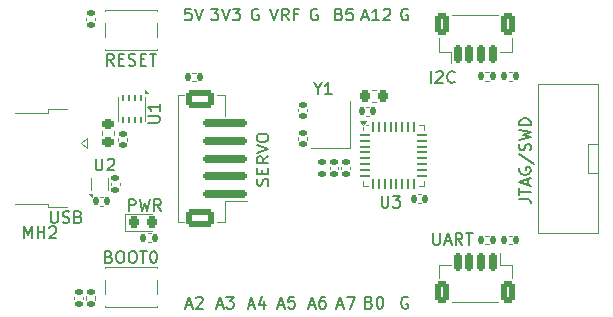
<source format=gbr>
%TF.GenerationSoftware,KiCad,Pcbnew,8.0.7*%
%TF.CreationDate,2025-01-26T16:55:51-08:00*%
%TF.ProjectId,servo-dev-board,73657276-6f2d-4646-9576-2d626f617264,rev?*%
%TF.SameCoordinates,Original*%
%TF.FileFunction,Legend,Top*%
%TF.FilePolarity,Positive*%
%FSLAX46Y46*%
G04 Gerber Fmt 4.6, Leading zero omitted, Abs format (unit mm)*
G04 Created by KiCad (PCBNEW 8.0.7) date 2025-01-26 16:55:51*
%MOMM*%
%LPD*%
G01*
G04 APERTURE LIST*
G04 Aperture macros list*
%AMRoundRect*
0 Rectangle with rounded corners*
0 $1 Rounding radius*
0 $2 $3 $4 $5 $6 $7 $8 $9 X,Y pos of 4 corners*
0 Add a 4 corners polygon primitive as box body*
4,1,4,$2,$3,$4,$5,$6,$7,$8,$9,$2,$3,0*
0 Add four circle primitives for the rounded corners*
1,1,$1+$1,$2,$3*
1,1,$1+$1,$4,$5*
1,1,$1+$1,$6,$7*
1,1,$1+$1,$8,$9*
0 Add four rect primitives between the rounded corners*
20,1,$1+$1,$2,$3,$4,$5,0*
20,1,$1+$1,$4,$5,$6,$7,0*
20,1,$1+$1,$6,$7,$8,$9,0*
20,1,$1+$1,$8,$9,$2,$3,0*%
%AMRotRect*
0 Rectangle, with rotation*
0 The origin of the aperture is its center*
0 $1 length*
0 $2 width*
0 $3 Rotation angle, in degrees counterclockwise*
0 Add horizontal line*
21,1,$1,$2,0,0,$3*%
%AMFreePoly0*
4,1,5,0.110000,-0.125000,-0.110000,-0.125000,-0.110000,0.125000,0.360000,0.125000,0.110000,-0.125000,0.110000,-0.125000,$1*%
%AMFreePoly1*
4,1,6,0.290000,-0.055000,0.290000,-0.125000,-0.110000,-0.125000,-0.110000,0.125000,0.110000,0.125000,0.290000,-0.055000,0.290000,-0.055000,$1*%
%AMFreePoly2*
4,1,7,0.110000,-0.125000,-0.110000,-0.125000,-0.290000,-0.125000,-0.290000,-0.055000,-0.110000,0.125000,0.110000,0.125000,0.110000,-0.125000,0.110000,-0.125000,$1*%
%AMFreePoly3*
4,1,6,0.110000,-0.125000,-0.110000,-0.125000,-0.290000,0.055000,-0.290000,0.125000,0.110000,0.125000,0.110000,-0.125000,0.110000,-0.125000,$1*%
G04 Aperture macros list end*
%ADD10C,0.150000*%
%ADD11C,0.120000*%
%ADD12C,0.100000*%
%ADD13RoundRect,0.225000X0.225000X0.250000X-0.225000X0.250000X-0.225000X-0.250000X0.225000X-0.250000X0*%
%ADD14RoundRect,0.062500X-0.375000X-0.062500X0.375000X-0.062500X0.375000X0.062500X-0.375000X0.062500X0*%
%ADD15RoundRect,0.062500X-0.062500X-0.375000X0.062500X-0.375000X0.062500X0.375000X-0.062500X0.375000X0*%
%ADD16R,3.450000X3.450000*%
%ADD17RoundRect,0.140000X0.170000X-0.140000X0.170000X0.140000X-0.170000X0.140000X-0.170000X-0.140000X0*%
%ADD18RoundRect,0.135000X-0.135000X-0.185000X0.135000X-0.185000X0.135000X0.185000X-0.135000X0.185000X0*%
%ADD19R,1.050000X0.650000*%
%ADD20RoundRect,0.140000X0.140000X0.170000X-0.140000X0.170000X-0.140000X-0.170000X0.140000X-0.170000X0*%
%ADD21C,0.700000*%
%ADD22C,4.400000*%
%ADD23R,1.200000X1.400000*%
%ADD24RoundRect,0.175000X1.675000X-0.175000X1.675000X0.175000X-1.675000X0.175000X-1.675000X-0.175000X0*%
%ADD25RoundRect,0.250001X0.899999X-0.499999X0.899999X0.499999X-0.899999X0.499999X-0.899999X-0.499999X0*%
%ADD26R,1.650000X0.400000*%
%ADD27R,0.700000X1.825000*%
%ADD28R,1.500000X2.000000*%
%ADD29R,2.000000X1.350000*%
%ADD30O,1.700000X1.350000*%
%ADD31O,1.500000X1.100000*%
%ADD32R,2.500000X1.430000*%
%ADD33RoundRect,0.225000X0.250000X-0.225000X0.250000X0.225000X-0.250000X0.225000X-0.250000X-0.225000X0*%
%ADD34RoundRect,0.135000X0.135000X0.185000X-0.135000X0.185000X-0.135000X-0.185000X0.135000X-0.185000X0*%
%ADD35RoundRect,0.135000X0.185000X-0.135000X0.185000X0.135000X-0.185000X0.135000X-0.185000X-0.135000X0*%
%ADD36RoundRect,0.218750X-0.218750X-0.256250X0.218750X-0.256250X0.218750X0.256250X-0.218750X0.256250X0*%
%ADD37FreePoly0,90.000000*%
%ADD38FreePoly1,90.000000*%
%ADD39FreePoly2,90.000000*%
%ADD40FreePoly3,90.000000*%
%ADD41RotRect,0.480000X0.480000X135.000000*%
%ADD42R,1.000000X1.000000*%
%ADD43C,1.000000*%
%ADD44RoundRect,0.147500X-0.172500X0.147500X-0.172500X-0.147500X0.172500X-0.147500X0.172500X0.147500X0*%
%ADD45RoundRect,0.062500X-0.062500X0.187500X-0.062500X-0.187500X0.062500X-0.187500X0.062500X0.187500X0*%
%ADD46R,1.600000X0.900000*%
%ADD47RoundRect,0.150000X0.150000X0.625000X-0.150000X0.625000X-0.150000X-0.625000X0.150000X-0.625000X0*%
%ADD48RoundRect,0.250000X0.350000X0.650000X-0.350000X0.650000X-0.350000X-0.650000X0.350000X-0.650000X0*%
%ADD49RoundRect,0.150000X-0.150000X-0.625000X0.150000X-0.625000X0.150000X0.625000X-0.150000X0.625000X0*%
%ADD50RoundRect,0.250000X-0.350000X-0.650000X0.350000X-0.650000X0.350000X0.650000X-0.350000X0.650000X0*%
%ADD51RoundRect,0.140000X-0.140000X-0.170000X0.140000X-0.170000X0.140000X0.170000X-0.140000X0.170000X0*%
%ADD52R,1.700000X1.700000*%
%ADD53O,1.700000X1.700000*%
G04 APERTURE END LIST*
D10*
X135685714Y-113419104D02*
X136161904Y-113419104D01*
X135590476Y-113704819D02*
X135923809Y-112704819D01*
X135923809Y-112704819D02*
X136257142Y-113704819D01*
X137019047Y-113038152D02*
X137019047Y-113704819D01*
X136780952Y-112657200D02*
X136542857Y-113371485D01*
X136542857Y-113371485D02*
X137161904Y-113371485D01*
X130809523Y-88304819D02*
X130333333Y-88304819D01*
X130333333Y-88304819D02*
X130285714Y-88781009D01*
X130285714Y-88781009D02*
X130333333Y-88733390D01*
X130333333Y-88733390D02*
X130428571Y-88685771D01*
X130428571Y-88685771D02*
X130666666Y-88685771D01*
X130666666Y-88685771D02*
X130761904Y-88733390D01*
X130761904Y-88733390D02*
X130809523Y-88781009D01*
X130809523Y-88781009D02*
X130857142Y-88876247D01*
X130857142Y-88876247D02*
X130857142Y-89114342D01*
X130857142Y-89114342D02*
X130809523Y-89209580D01*
X130809523Y-89209580D02*
X130761904Y-89257200D01*
X130761904Y-89257200D02*
X130666666Y-89304819D01*
X130666666Y-89304819D02*
X130428571Y-89304819D01*
X130428571Y-89304819D02*
X130333333Y-89257200D01*
X130333333Y-89257200D02*
X130285714Y-89209580D01*
X131142857Y-88304819D02*
X131476190Y-89304819D01*
X131476190Y-89304819D02*
X131809523Y-88304819D01*
X143185714Y-113419104D02*
X143661904Y-113419104D01*
X143090476Y-113704819D02*
X143423809Y-112704819D01*
X143423809Y-112704819D02*
X143757142Y-113704819D01*
X143995238Y-112704819D02*
X144661904Y-112704819D01*
X144661904Y-112704819D02*
X144233333Y-113704819D01*
X149161904Y-88352438D02*
X149066666Y-88304819D01*
X149066666Y-88304819D02*
X148923809Y-88304819D01*
X148923809Y-88304819D02*
X148780952Y-88352438D01*
X148780952Y-88352438D02*
X148685714Y-88447676D01*
X148685714Y-88447676D02*
X148638095Y-88542914D01*
X148638095Y-88542914D02*
X148590476Y-88733390D01*
X148590476Y-88733390D02*
X148590476Y-88876247D01*
X148590476Y-88876247D02*
X148638095Y-89066723D01*
X148638095Y-89066723D02*
X148685714Y-89161961D01*
X148685714Y-89161961D02*
X148780952Y-89257200D01*
X148780952Y-89257200D02*
X148923809Y-89304819D01*
X148923809Y-89304819D02*
X149019047Y-89304819D01*
X149019047Y-89304819D02*
X149161904Y-89257200D01*
X149161904Y-89257200D02*
X149209523Y-89209580D01*
X149209523Y-89209580D02*
X149209523Y-88876247D01*
X149209523Y-88876247D02*
X149019047Y-88876247D01*
X151123810Y-94604819D02*
X151123810Y-93604819D01*
X151552381Y-93700057D02*
X151600000Y-93652438D01*
X151600000Y-93652438D02*
X151695238Y-93604819D01*
X151695238Y-93604819D02*
X151933333Y-93604819D01*
X151933333Y-93604819D02*
X152028571Y-93652438D01*
X152028571Y-93652438D02*
X152076190Y-93700057D01*
X152076190Y-93700057D02*
X152123809Y-93795295D01*
X152123809Y-93795295D02*
X152123809Y-93890533D01*
X152123809Y-93890533D02*
X152076190Y-94033390D01*
X152076190Y-94033390D02*
X151504762Y-94604819D01*
X151504762Y-94604819D02*
X152123809Y-94604819D01*
X153123809Y-94509580D02*
X153076190Y-94557200D01*
X153076190Y-94557200D02*
X152933333Y-94604819D01*
X152933333Y-94604819D02*
X152838095Y-94604819D01*
X152838095Y-94604819D02*
X152695238Y-94557200D01*
X152695238Y-94557200D02*
X152600000Y-94461961D01*
X152600000Y-94461961D02*
X152552381Y-94366723D01*
X152552381Y-94366723D02*
X152504762Y-94176247D01*
X152504762Y-94176247D02*
X152504762Y-94033390D01*
X152504762Y-94033390D02*
X152552381Y-93842914D01*
X152552381Y-93842914D02*
X152600000Y-93747676D01*
X152600000Y-93747676D02*
X152695238Y-93652438D01*
X152695238Y-93652438D02*
X152838095Y-93604819D01*
X152838095Y-93604819D02*
X152933333Y-93604819D01*
X152933333Y-93604819D02*
X153076190Y-93652438D01*
X153076190Y-93652438D02*
X153123809Y-93700057D01*
X132511905Y-88304819D02*
X133130952Y-88304819D01*
X133130952Y-88304819D02*
X132797619Y-88685771D01*
X132797619Y-88685771D02*
X132940476Y-88685771D01*
X132940476Y-88685771D02*
X133035714Y-88733390D01*
X133035714Y-88733390D02*
X133083333Y-88781009D01*
X133083333Y-88781009D02*
X133130952Y-88876247D01*
X133130952Y-88876247D02*
X133130952Y-89114342D01*
X133130952Y-89114342D02*
X133083333Y-89209580D01*
X133083333Y-89209580D02*
X133035714Y-89257200D01*
X133035714Y-89257200D02*
X132940476Y-89304819D01*
X132940476Y-89304819D02*
X132654762Y-89304819D01*
X132654762Y-89304819D02*
X132559524Y-89257200D01*
X132559524Y-89257200D02*
X132511905Y-89209580D01*
X133416667Y-88304819D02*
X133750000Y-89304819D01*
X133750000Y-89304819D02*
X134083333Y-88304819D01*
X134321429Y-88304819D02*
X134940476Y-88304819D01*
X134940476Y-88304819D02*
X134607143Y-88685771D01*
X134607143Y-88685771D02*
X134750000Y-88685771D01*
X134750000Y-88685771D02*
X134845238Y-88733390D01*
X134845238Y-88733390D02*
X134892857Y-88781009D01*
X134892857Y-88781009D02*
X134940476Y-88876247D01*
X134940476Y-88876247D02*
X134940476Y-89114342D01*
X134940476Y-89114342D02*
X134892857Y-89209580D01*
X134892857Y-89209580D02*
X134845238Y-89257200D01*
X134845238Y-89257200D02*
X134750000Y-89304819D01*
X134750000Y-89304819D02*
X134464286Y-89304819D01*
X134464286Y-89304819D02*
X134369048Y-89257200D01*
X134369048Y-89257200D02*
X134321429Y-89209580D01*
X141511904Y-88352438D02*
X141416666Y-88304819D01*
X141416666Y-88304819D02*
X141273809Y-88304819D01*
X141273809Y-88304819D02*
X141130952Y-88352438D01*
X141130952Y-88352438D02*
X141035714Y-88447676D01*
X141035714Y-88447676D02*
X140988095Y-88542914D01*
X140988095Y-88542914D02*
X140940476Y-88733390D01*
X140940476Y-88733390D02*
X140940476Y-88876247D01*
X140940476Y-88876247D02*
X140988095Y-89066723D01*
X140988095Y-89066723D02*
X141035714Y-89161961D01*
X141035714Y-89161961D02*
X141130952Y-89257200D01*
X141130952Y-89257200D02*
X141273809Y-89304819D01*
X141273809Y-89304819D02*
X141369047Y-89304819D01*
X141369047Y-89304819D02*
X141511904Y-89257200D01*
X141511904Y-89257200D02*
X141559523Y-89209580D01*
X141559523Y-89209580D02*
X141559523Y-88876247D01*
X141559523Y-88876247D02*
X141369047Y-88876247D01*
X138185714Y-113419104D02*
X138661904Y-113419104D01*
X138090476Y-113704819D02*
X138423809Y-112704819D01*
X138423809Y-112704819D02*
X138757142Y-113704819D01*
X139566666Y-112704819D02*
X139090476Y-112704819D01*
X139090476Y-112704819D02*
X139042857Y-113181009D01*
X139042857Y-113181009D02*
X139090476Y-113133390D01*
X139090476Y-113133390D02*
X139185714Y-113085771D01*
X139185714Y-113085771D02*
X139423809Y-113085771D01*
X139423809Y-113085771D02*
X139519047Y-113133390D01*
X139519047Y-113133390D02*
X139566666Y-113181009D01*
X139566666Y-113181009D02*
X139614285Y-113276247D01*
X139614285Y-113276247D02*
X139614285Y-113514342D01*
X139614285Y-113514342D02*
X139566666Y-113609580D01*
X139566666Y-113609580D02*
X139519047Y-113657200D01*
X139519047Y-113657200D02*
X139423809Y-113704819D01*
X139423809Y-113704819D02*
X139185714Y-113704819D01*
X139185714Y-113704819D02*
X139090476Y-113657200D01*
X139090476Y-113657200D02*
X139042857Y-113609580D01*
X137307200Y-103290475D02*
X137354819Y-103147618D01*
X137354819Y-103147618D02*
X137354819Y-102909523D01*
X137354819Y-102909523D02*
X137307200Y-102814285D01*
X137307200Y-102814285D02*
X137259580Y-102766666D01*
X137259580Y-102766666D02*
X137164342Y-102719047D01*
X137164342Y-102719047D02*
X137069104Y-102719047D01*
X137069104Y-102719047D02*
X136973866Y-102766666D01*
X136973866Y-102766666D02*
X136926247Y-102814285D01*
X136926247Y-102814285D02*
X136878628Y-102909523D01*
X136878628Y-102909523D02*
X136831009Y-103099999D01*
X136831009Y-103099999D02*
X136783390Y-103195237D01*
X136783390Y-103195237D02*
X136735771Y-103242856D01*
X136735771Y-103242856D02*
X136640533Y-103290475D01*
X136640533Y-103290475D02*
X136545295Y-103290475D01*
X136545295Y-103290475D02*
X136450057Y-103242856D01*
X136450057Y-103242856D02*
X136402438Y-103195237D01*
X136402438Y-103195237D02*
X136354819Y-103099999D01*
X136354819Y-103099999D02*
X136354819Y-102861904D01*
X136354819Y-102861904D02*
X136402438Y-102719047D01*
X136831009Y-102290475D02*
X136831009Y-101957142D01*
X137354819Y-101814285D02*
X137354819Y-102290475D01*
X137354819Y-102290475D02*
X136354819Y-102290475D01*
X136354819Y-102290475D02*
X136354819Y-101814285D01*
X137354819Y-100814285D02*
X136878628Y-101147618D01*
X137354819Y-101385713D02*
X136354819Y-101385713D01*
X136354819Y-101385713D02*
X136354819Y-101004761D01*
X136354819Y-101004761D02*
X136402438Y-100909523D01*
X136402438Y-100909523D02*
X136450057Y-100861904D01*
X136450057Y-100861904D02*
X136545295Y-100814285D01*
X136545295Y-100814285D02*
X136688152Y-100814285D01*
X136688152Y-100814285D02*
X136783390Y-100861904D01*
X136783390Y-100861904D02*
X136831009Y-100909523D01*
X136831009Y-100909523D02*
X136878628Y-101004761D01*
X136878628Y-101004761D02*
X136878628Y-101385713D01*
X136354819Y-100528570D02*
X137354819Y-100195237D01*
X137354819Y-100195237D02*
X136354819Y-99861904D01*
X136354819Y-99338094D02*
X136354819Y-99147618D01*
X136354819Y-99147618D02*
X136402438Y-99052380D01*
X136402438Y-99052380D02*
X136497676Y-98957142D01*
X136497676Y-98957142D02*
X136688152Y-98909523D01*
X136688152Y-98909523D02*
X137021485Y-98909523D01*
X137021485Y-98909523D02*
X137211961Y-98957142D01*
X137211961Y-98957142D02*
X137307200Y-99052380D01*
X137307200Y-99052380D02*
X137354819Y-99147618D01*
X137354819Y-99147618D02*
X137354819Y-99338094D01*
X137354819Y-99338094D02*
X137307200Y-99433332D01*
X137307200Y-99433332D02*
X137211961Y-99528570D01*
X137211961Y-99528570D02*
X137021485Y-99576189D01*
X137021485Y-99576189D02*
X136688152Y-99576189D01*
X136688152Y-99576189D02*
X136497676Y-99528570D01*
X136497676Y-99528570D02*
X136402438Y-99433332D01*
X136402438Y-99433332D02*
X136354819Y-99338094D01*
X130385714Y-113419104D02*
X130861904Y-113419104D01*
X130290476Y-113704819D02*
X130623809Y-112704819D01*
X130623809Y-112704819D02*
X130957142Y-113704819D01*
X131242857Y-112800057D02*
X131290476Y-112752438D01*
X131290476Y-112752438D02*
X131385714Y-112704819D01*
X131385714Y-112704819D02*
X131623809Y-112704819D01*
X131623809Y-112704819D02*
X131719047Y-112752438D01*
X131719047Y-112752438D02*
X131766666Y-112800057D01*
X131766666Y-112800057D02*
X131814285Y-112895295D01*
X131814285Y-112895295D02*
X131814285Y-112990533D01*
X131814285Y-112990533D02*
X131766666Y-113133390D01*
X131766666Y-113133390D02*
X131195238Y-113704819D01*
X131195238Y-113704819D02*
X131814285Y-113704819D01*
X136511904Y-88352438D02*
X136416666Y-88304819D01*
X136416666Y-88304819D02*
X136273809Y-88304819D01*
X136273809Y-88304819D02*
X136130952Y-88352438D01*
X136130952Y-88352438D02*
X136035714Y-88447676D01*
X136035714Y-88447676D02*
X135988095Y-88542914D01*
X135988095Y-88542914D02*
X135940476Y-88733390D01*
X135940476Y-88733390D02*
X135940476Y-88876247D01*
X135940476Y-88876247D02*
X135988095Y-89066723D01*
X135988095Y-89066723D02*
X136035714Y-89161961D01*
X136035714Y-89161961D02*
X136130952Y-89257200D01*
X136130952Y-89257200D02*
X136273809Y-89304819D01*
X136273809Y-89304819D02*
X136369047Y-89304819D01*
X136369047Y-89304819D02*
X136511904Y-89257200D01*
X136511904Y-89257200D02*
X136559523Y-89209580D01*
X136559523Y-89209580D02*
X136559523Y-88876247D01*
X136559523Y-88876247D02*
X136369047Y-88876247D01*
X123866666Y-109306009D02*
X124009523Y-109353628D01*
X124009523Y-109353628D02*
X124057142Y-109401247D01*
X124057142Y-109401247D02*
X124104761Y-109496485D01*
X124104761Y-109496485D02*
X124104761Y-109639342D01*
X124104761Y-109639342D02*
X124057142Y-109734580D01*
X124057142Y-109734580D02*
X124009523Y-109782200D01*
X124009523Y-109782200D02*
X123914285Y-109829819D01*
X123914285Y-109829819D02*
X123533333Y-109829819D01*
X123533333Y-109829819D02*
X123533333Y-108829819D01*
X123533333Y-108829819D02*
X123866666Y-108829819D01*
X123866666Y-108829819D02*
X123961904Y-108877438D01*
X123961904Y-108877438D02*
X124009523Y-108925057D01*
X124009523Y-108925057D02*
X124057142Y-109020295D01*
X124057142Y-109020295D02*
X124057142Y-109115533D01*
X124057142Y-109115533D02*
X124009523Y-109210771D01*
X124009523Y-109210771D02*
X123961904Y-109258390D01*
X123961904Y-109258390D02*
X123866666Y-109306009D01*
X123866666Y-109306009D02*
X123533333Y-109306009D01*
X124723809Y-108829819D02*
X124914285Y-108829819D01*
X124914285Y-108829819D02*
X125009523Y-108877438D01*
X125009523Y-108877438D02*
X125104761Y-108972676D01*
X125104761Y-108972676D02*
X125152380Y-109163152D01*
X125152380Y-109163152D02*
X125152380Y-109496485D01*
X125152380Y-109496485D02*
X125104761Y-109686961D01*
X125104761Y-109686961D02*
X125009523Y-109782200D01*
X125009523Y-109782200D02*
X124914285Y-109829819D01*
X124914285Y-109829819D02*
X124723809Y-109829819D01*
X124723809Y-109829819D02*
X124628571Y-109782200D01*
X124628571Y-109782200D02*
X124533333Y-109686961D01*
X124533333Y-109686961D02*
X124485714Y-109496485D01*
X124485714Y-109496485D02*
X124485714Y-109163152D01*
X124485714Y-109163152D02*
X124533333Y-108972676D01*
X124533333Y-108972676D02*
X124628571Y-108877438D01*
X124628571Y-108877438D02*
X124723809Y-108829819D01*
X125771428Y-108829819D02*
X125961904Y-108829819D01*
X125961904Y-108829819D02*
X126057142Y-108877438D01*
X126057142Y-108877438D02*
X126152380Y-108972676D01*
X126152380Y-108972676D02*
X126199999Y-109163152D01*
X126199999Y-109163152D02*
X126199999Y-109496485D01*
X126199999Y-109496485D02*
X126152380Y-109686961D01*
X126152380Y-109686961D02*
X126057142Y-109782200D01*
X126057142Y-109782200D02*
X125961904Y-109829819D01*
X125961904Y-109829819D02*
X125771428Y-109829819D01*
X125771428Y-109829819D02*
X125676190Y-109782200D01*
X125676190Y-109782200D02*
X125580952Y-109686961D01*
X125580952Y-109686961D02*
X125533333Y-109496485D01*
X125533333Y-109496485D02*
X125533333Y-109163152D01*
X125533333Y-109163152D02*
X125580952Y-108972676D01*
X125580952Y-108972676D02*
X125676190Y-108877438D01*
X125676190Y-108877438D02*
X125771428Y-108829819D01*
X126485714Y-108829819D02*
X127057142Y-108829819D01*
X126771428Y-109829819D02*
X126771428Y-108829819D01*
X127580952Y-108829819D02*
X127676190Y-108829819D01*
X127676190Y-108829819D02*
X127771428Y-108877438D01*
X127771428Y-108877438D02*
X127819047Y-108925057D01*
X127819047Y-108925057D02*
X127866666Y-109020295D01*
X127866666Y-109020295D02*
X127914285Y-109210771D01*
X127914285Y-109210771D02*
X127914285Y-109448866D01*
X127914285Y-109448866D02*
X127866666Y-109639342D01*
X127866666Y-109639342D02*
X127819047Y-109734580D01*
X127819047Y-109734580D02*
X127771428Y-109782200D01*
X127771428Y-109782200D02*
X127676190Y-109829819D01*
X127676190Y-109829819D02*
X127580952Y-109829819D01*
X127580952Y-109829819D02*
X127485714Y-109782200D01*
X127485714Y-109782200D02*
X127438095Y-109734580D01*
X127438095Y-109734580D02*
X127390476Y-109639342D01*
X127390476Y-109639342D02*
X127342857Y-109448866D01*
X127342857Y-109448866D02*
X127342857Y-109210771D01*
X127342857Y-109210771D02*
X127390476Y-109020295D01*
X127390476Y-109020295D02*
X127438095Y-108925057D01*
X127438095Y-108925057D02*
X127485714Y-108877438D01*
X127485714Y-108877438D02*
X127580952Y-108829819D01*
X125541667Y-105454819D02*
X125541667Y-104454819D01*
X125541667Y-104454819D02*
X125922619Y-104454819D01*
X125922619Y-104454819D02*
X126017857Y-104502438D01*
X126017857Y-104502438D02*
X126065476Y-104550057D01*
X126065476Y-104550057D02*
X126113095Y-104645295D01*
X126113095Y-104645295D02*
X126113095Y-104788152D01*
X126113095Y-104788152D02*
X126065476Y-104883390D01*
X126065476Y-104883390D02*
X126017857Y-104931009D01*
X126017857Y-104931009D02*
X125922619Y-104978628D01*
X125922619Y-104978628D02*
X125541667Y-104978628D01*
X126446429Y-104454819D02*
X126684524Y-105454819D01*
X126684524Y-105454819D02*
X126875000Y-104740533D01*
X126875000Y-104740533D02*
X127065476Y-105454819D01*
X127065476Y-105454819D02*
X127303572Y-104454819D01*
X128255952Y-105454819D02*
X127922619Y-104978628D01*
X127684524Y-105454819D02*
X127684524Y-104454819D01*
X127684524Y-104454819D02*
X128065476Y-104454819D01*
X128065476Y-104454819D02*
X128160714Y-104502438D01*
X128160714Y-104502438D02*
X128208333Y-104550057D01*
X128208333Y-104550057D02*
X128255952Y-104645295D01*
X128255952Y-104645295D02*
X128255952Y-104788152D01*
X128255952Y-104788152D02*
X128208333Y-104883390D01*
X128208333Y-104883390D02*
X128160714Y-104931009D01*
X128160714Y-104931009D02*
X128065476Y-104978628D01*
X128065476Y-104978628D02*
X127684524Y-104978628D01*
X124247618Y-93139819D02*
X123914285Y-92663628D01*
X123676190Y-93139819D02*
X123676190Y-92139819D01*
X123676190Y-92139819D02*
X124057142Y-92139819D01*
X124057142Y-92139819D02*
X124152380Y-92187438D01*
X124152380Y-92187438D02*
X124199999Y-92235057D01*
X124199999Y-92235057D02*
X124247618Y-92330295D01*
X124247618Y-92330295D02*
X124247618Y-92473152D01*
X124247618Y-92473152D02*
X124199999Y-92568390D01*
X124199999Y-92568390D02*
X124152380Y-92616009D01*
X124152380Y-92616009D02*
X124057142Y-92663628D01*
X124057142Y-92663628D02*
X123676190Y-92663628D01*
X124676190Y-92616009D02*
X125009523Y-92616009D01*
X125152380Y-93139819D02*
X124676190Y-93139819D01*
X124676190Y-93139819D02*
X124676190Y-92139819D01*
X124676190Y-92139819D02*
X125152380Y-92139819D01*
X125533333Y-93092200D02*
X125676190Y-93139819D01*
X125676190Y-93139819D02*
X125914285Y-93139819D01*
X125914285Y-93139819D02*
X126009523Y-93092200D01*
X126009523Y-93092200D02*
X126057142Y-93044580D01*
X126057142Y-93044580D02*
X126104761Y-92949342D01*
X126104761Y-92949342D02*
X126104761Y-92854104D01*
X126104761Y-92854104D02*
X126057142Y-92758866D01*
X126057142Y-92758866D02*
X126009523Y-92711247D01*
X126009523Y-92711247D02*
X125914285Y-92663628D01*
X125914285Y-92663628D02*
X125723809Y-92616009D01*
X125723809Y-92616009D02*
X125628571Y-92568390D01*
X125628571Y-92568390D02*
X125580952Y-92520771D01*
X125580952Y-92520771D02*
X125533333Y-92425533D01*
X125533333Y-92425533D02*
X125533333Y-92330295D01*
X125533333Y-92330295D02*
X125580952Y-92235057D01*
X125580952Y-92235057D02*
X125628571Y-92187438D01*
X125628571Y-92187438D02*
X125723809Y-92139819D01*
X125723809Y-92139819D02*
X125961904Y-92139819D01*
X125961904Y-92139819D02*
X126104761Y-92187438D01*
X126533333Y-92616009D02*
X126866666Y-92616009D01*
X127009523Y-93139819D02*
X126533333Y-93139819D01*
X126533333Y-93139819D02*
X126533333Y-92139819D01*
X126533333Y-92139819D02*
X127009523Y-92139819D01*
X127295238Y-92139819D02*
X127866666Y-92139819D01*
X127580952Y-93139819D02*
X127580952Y-92139819D01*
X143345238Y-88781009D02*
X143488095Y-88828628D01*
X143488095Y-88828628D02*
X143535714Y-88876247D01*
X143535714Y-88876247D02*
X143583333Y-88971485D01*
X143583333Y-88971485D02*
X143583333Y-89114342D01*
X143583333Y-89114342D02*
X143535714Y-89209580D01*
X143535714Y-89209580D02*
X143488095Y-89257200D01*
X143488095Y-89257200D02*
X143392857Y-89304819D01*
X143392857Y-89304819D02*
X143011905Y-89304819D01*
X143011905Y-89304819D02*
X143011905Y-88304819D01*
X143011905Y-88304819D02*
X143345238Y-88304819D01*
X143345238Y-88304819D02*
X143440476Y-88352438D01*
X143440476Y-88352438D02*
X143488095Y-88400057D01*
X143488095Y-88400057D02*
X143535714Y-88495295D01*
X143535714Y-88495295D02*
X143535714Y-88590533D01*
X143535714Y-88590533D02*
X143488095Y-88685771D01*
X143488095Y-88685771D02*
X143440476Y-88733390D01*
X143440476Y-88733390D02*
X143345238Y-88781009D01*
X143345238Y-88781009D02*
X143011905Y-88781009D01*
X144488095Y-88304819D02*
X144011905Y-88304819D01*
X144011905Y-88304819D02*
X143964286Y-88781009D01*
X143964286Y-88781009D02*
X144011905Y-88733390D01*
X144011905Y-88733390D02*
X144107143Y-88685771D01*
X144107143Y-88685771D02*
X144345238Y-88685771D01*
X144345238Y-88685771D02*
X144440476Y-88733390D01*
X144440476Y-88733390D02*
X144488095Y-88781009D01*
X144488095Y-88781009D02*
X144535714Y-88876247D01*
X144535714Y-88876247D02*
X144535714Y-89114342D01*
X144535714Y-89114342D02*
X144488095Y-89209580D01*
X144488095Y-89209580D02*
X144440476Y-89257200D01*
X144440476Y-89257200D02*
X144345238Y-89304819D01*
X144345238Y-89304819D02*
X144107143Y-89304819D01*
X144107143Y-89304819D02*
X144011905Y-89257200D01*
X144011905Y-89257200D02*
X143964286Y-89209580D01*
X145309524Y-89019104D02*
X145785714Y-89019104D01*
X145214286Y-89304819D02*
X145547619Y-88304819D01*
X145547619Y-88304819D02*
X145880952Y-89304819D01*
X146738095Y-89304819D02*
X146166667Y-89304819D01*
X146452381Y-89304819D02*
X146452381Y-88304819D01*
X146452381Y-88304819D02*
X146357143Y-88447676D01*
X146357143Y-88447676D02*
X146261905Y-88542914D01*
X146261905Y-88542914D02*
X146166667Y-88590533D01*
X147119048Y-88400057D02*
X147166667Y-88352438D01*
X147166667Y-88352438D02*
X147261905Y-88304819D01*
X147261905Y-88304819D02*
X147500000Y-88304819D01*
X147500000Y-88304819D02*
X147595238Y-88352438D01*
X147595238Y-88352438D02*
X147642857Y-88400057D01*
X147642857Y-88400057D02*
X147690476Y-88495295D01*
X147690476Y-88495295D02*
X147690476Y-88590533D01*
X147690476Y-88590533D02*
X147642857Y-88733390D01*
X147642857Y-88733390D02*
X147071429Y-89304819D01*
X147071429Y-89304819D02*
X147690476Y-89304819D01*
X132985714Y-113419104D02*
X133461904Y-113419104D01*
X132890476Y-113704819D02*
X133223809Y-112704819D01*
X133223809Y-112704819D02*
X133557142Y-113704819D01*
X133795238Y-112704819D02*
X134414285Y-112704819D01*
X134414285Y-112704819D02*
X134080952Y-113085771D01*
X134080952Y-113085771D02*
X134223809Y-113085771D01*
X134223809Y-113085771D02*
X134319047Y-113133390D01*
X134319047Y-113133390D02*
X134366666Y-113181009D01*
X134366666Y-113181009D02*
X134414285Y-113276247D01*
X134414285Y-113276247D02*
X134414285Y-113514342D01*
X134414285Y-113514342D02*
X134366666Y-113609580D01*
X134366666Y-113609580D02*
X134319047Y-113657200D01*
X134319047Y-113657200D02*
X134223809Y-113704819D01*
X134223809Y-113704819D02*
X133938095Y-113704819D01*
X133938095Y-113704819D02*
X133842857Y-113657200D01*
X133842857Y-113657200D02*
X133795238Y-113609580D01*
X137488095Y-88304819D02*
X137821428Y-89304819D01*
X137821428Y-89304819D02*
X138154761Y-88304819D01*
X139059523Y-89304819D02*
X138726190Y-88828628D01*
X138488095Y-89304819D02*
X138488095Y-88304819D01*
X138488095Y-88304819D02*
X138869047Y-88304819D01*
X138869047Y-88304819D02*
X138964285Y-88352438D01*
X138964285Y-88352438D02*
X139011904Y-88400057D01*
X139011904Y-88400057D02*
X139059523Y-88495295D01*
X139059523Y-88495295D02*
X139059523Y-88638152D01*
X139059523Y-88638152D02*
X139011904Y-88733390D01*
X139011904Y-88733390D02*
X138964285Y-88781009D01*
X138964285Y-88781009D02*
X138869047Y-88828628D01*
X138869047Y-88828628D02*
X138488095Y-88828628D01*
X139821428Y-88781009D02*
X139488095Y-88781009D01*
X139488095Y-89304819D02*
X139488095Y-88304819D01*
X139488095Y-88304819D02*
X139964285Y-88304819D01*
X151304762Y-107304819D02*
X151304762Y-108114342D01*
X151304762Y-108114342D02*
X151352381Y-108209580D01*
X151352381Y-108209580D02*
X151400000Y-108257200D01*
X151400000Y-108257200D02*
X151495238Y-108304819D01*
X151495238Y-108304819D02*
X151685714Y-108304819D01*
X151685714Y-108304819D02*
X151780952Y-108257200D01*
X151780952Y-108257200D02*
X151828571Y-108209580D01*
X151828571Y-108209580D02*
X151876190Y-108114342D01*
X151876190Y-108114342D02*
X151876190Y-107304819D01*
X152304762Y-108019104D02*
X152780952Y-108019104D01*
X152209524Y-108304819D02*
X152542857Y-107304819D01*
X152542857Y-107304819D02*
X152876190Y-108304819D01*
X153780952Y-108304819D02*
X153447619Y-107828628D01*
X153209524Y-108304819D02*
X153209524Y-107304819D01*
X153209524Y-107304819D02*
X153590476Y-107304819D01*
X153590476Y-107304819D02*
X153685714Y-107352438D01*
X153685714Y-107352438D02*
X153733333Y-107400057D01*
X153733333Y-107400057D02*
X153780952Y-107495295D01*
X153780952Y-107495295D02*
X153780952Y-107638152D01*
X153780952Y-107638152D02*
X153733333Y-107733390D01*
X153733333Y-107733390D02*
X153685714Y-107781009D01*
X153685714Y-107781009D02*
X153590476Y-107828628D01*
X153590476Y-107828628D02*
X153209524Y-107828628D01*
X154066667Y-107304819D02*
X154638095Y-107304819D01*
X154352381Y-108304819D02*
X154352381Y-107304819D01*
X140785714Y-113419104D02*
X141261904Y-113419104D01*
X140690476Y-113704819D02*
X141023809Y-112704819D01*
X141023809Y-112704819D02*
X141357142Y-113704819D01*
X142119047Y-112704819D02*
X141928571Y-112704819D01*
X141928571Y-112704819D02*
X141833333Y-112752438D01*
X141833333Y-112752438D02*
X141785714Y-112800057D01*
X141785714Y-112800057D02*
X141690476Y-112942914D01*
X141690476Y-112942914D02*
X141642857Y-113133390D01*
X141642857Y-113133390D02*
X141642857Y-113514342D01*
X141642857Y-113514342D02*
X141690476Y-113609580D01*
X141690476Y-113609580D02*
X141738095Y-113657200D01*
X141738095Y-113657200D02*
X141833333Y-113704819D01*
X141833333Y-113704819D02*
X142023809Y-113704819D01*
X142023809Y-113704819D02*
X142119047Y-113657200D01*
X142119047Y-113657200D02*
X142166666Y-113609580D01*
X142166666Y-113609580D02*
X142214285Y-113514342D01*
X142214285Y-113514342D02*
X142214285Y-113276247D01*
X142214285Y-113276247D02*
X142166666Y-113181009D01*
X142166666Y-113181009D02*
X142119047Y-113133390D01*
X142119047Y-113133390D02*
X142023809Y-113085771D01*
X142023809Y-113085771D02*
X141833333Y-113085771D01*
X141833333Y-113085771D02*
X141738095Y-113133390D01*
X141738095Y-113133390D02*
X141690476Y-113181009D01*
X141690476Y-113181009D02*
X141642857Y-113276247D01*
X118938095Y-105454819D02*
X118938095Y-106264342D01*
X118938095Y-106264342D02*
X118985714Y-106359580D01*
X118985714Y-106359580D02*
X119033333Y-106407200D01*
X119033333Y-106407200D02*
X119128571Y-106454819D01*
X119128571Y-106454819D02*
X119319047Y-106454819D01*
X119319047Y-106454819D02*
X119414285Y-106407200D01*
X119414285Y-106407200D02*
X119461904Y-106359580D01*
X119461904Y-106359580D02*
X119509523Y-106264342D01*
X119509523Y-106264342D02*
X119509523Y-105454819D01*
X119938095Y-106407200D02*
X120080952Y-106454819D01*
X120080952Y-106454819D02*
X120319047Y-106454819D01*
X120319047Y-106454819D02*
X120414285Y-106407200D01*
X120414285Y-106407200D02*
X120461904Y-106359580D01*
X120461904Y-106359580D02*
X120509523Y-106264342D01*
X120509523Y-106264342D02*
X120509523Y-106169104D01*
X120509523Y-106169104D02*
X120461904Y-106073866D01*
X120461904Y-106073866D02*
X120414285Y-106026247D01*
X120414285Y-106026247D02*
X120319047Y-105978628D01*
X120319047Y-105978628D02*
X120128571Y-105931009D01*
X120128571Y-105931009D02*
X120033333Y-105883390D01*
X120033333Y-105883390D02*
X119985714Y-105835771D01*
X119985714Y-105835771D02*
X119938095Y-105740533D01*
X119938095Y-105740533D02*
X119938095Y-105645295D01*
X119938095Y-105645295D02*
X119985714Y-105550057D01*
X119985714Y-105550057D02*
X120033333Y-105502438D01*
X120033333Y-105502438D02*
X120128571Y-105454819D01*
X120128571Y-105454819D02*
X120366666Y-105454819D01*
X120366666Y-105454819D02*
X120509523Y-105502438D01*
X121271428Y-105931009D02*
X121414285Y-105978628D01*
X121414285Y-105978628D02*
X121461904Y-106026247D01*
X121461904Y-106026247D02*
X121509523Y-106121485D01*
X121509523Y-106121485D02*
X121509523Y-106264342D01*
X121509523Y-106264342D02*
X121461904Y-106359580D01*
X121461904Y-106359580D02*
X121414285Y-106407200D01*
X121414285Y-106407200D02*
X121319047Y-106454819D01*
X121319047Y-106454819D02*
X120938095Y-106454819D01*
X120938095Y-106454819D02*
X120938095Y-105454819D01*
X120938095Y-105454819D02*
X121271428Y-105454819D01*
X121271428Y-105454819D02*
X121366666Y-105502438D01*
X121366666Y-105502438D02*
X121414285Y-105550057D01*
X121414285Y-105550057D02*
X121461904Y-105645295D01*
X121461904Y-105645295D02*
X121461904Y-105740533D01*
X121461904Y-105740533D02*
X121414285Y-105835771D01*
X121414285Y-105835771D02*
X121366666Y-105883390D01*
X121366666Y-105883390D02*
X121271428Y-105931009D01*
X121271428Y-105931009D02*
X120938095Y-105931009D01*
X158594819Y-104413095D02*
X159309104Y-104413095D01*
X159309104Y-104413095D02*
X159451961Y-104460714D01*
X159451961Y-104460714D02*
X159547200Y-104555952D01*
X159547200Y-104555952D02*
X159594819Y-104698809D01*
X159594819Y-104698809D02*
X159594819Y-104794047D01*
X158594819Y-104079761D02*
X158594819Y-103508333D01*
X159594819Y-103794047D02*
X158594819Y-103794047D01*
X159309104Y-103222618D02*
X159309104Y-102746428D01*
X159594819Y-103317856D02*
X158594819Y-102984523D01*
X158594819Y-102984523D02*
X159594819Y-102651190D01*
X158642438Y-101794047D02*
X158594819Y-101889285D01*
X158594819Y-101889285D02*
X158594819Y-102032142D01*
X158594819Y-102032142D02*
X158642438Y-102174999D01*
X158642438Y-102174999D02*
X158737676Y-102270237D01*
X158737676Y-102270237D02*
X158832914Y-102317856D01*
X158832914Y-102317856D02*
X159023390Y-102365475D01*
X159023390Y-102365475D02*
X159166247Y-102365475D01*
X159166247Y-102365475D02*
X159356723Y-102317856D01*
X159356723Y-102317856D02*
X159451961Y-102270237D01*
X159451961Y-102270237D02*
X159547200Y-102174999D01*
X159547200Y-102174999D02*
X159594819Y-102032142D01*
X159594819Y-102032142D02*
X159594819Y-101936904D01*
X159594819Y-101936904D02*
X159547200Y-101794047D01*
X159547200Y-101794047D02*
X159499580Y-101746428D01*
X159499580Y-101746428D02*
X159166247Y-101746428D01*
X159166247Y-101746428D02*
X159166247Y-101936904D01*
X158547200Y-100603571D02*
X159832914Y-101460713D01*
X159547200Y-100317856D02*
X159594819Y-100174999D01*
X159594819Y-100174999D02*
X159594819Y-99936904D01*
X159594819Y-99936904D02*
X159547200Y-99841666D01*
X159547200Y-99841666D02*
X159499580Y-99794047D01*
X159499580Y-99794047D02*
X159404342Y-99746428D01*
X159404342Y-99746428D02*
X159309104Y-99746428D01*
X159309104Y-99746428D02*
X159213866Y-99794047D01*
X159213866Y-99794047D02*
X159166247Y-99841666D01*
X159166247Y-99841666D02*
X159118628Y-99936904D01*
X159118628Y-99936904D02*
X159071009Y-100127380D01*
X159071009Y-100127380D02*
X159023390Y-100222618D01*
X159023390Y-100222618D02*
X158975771Y-100270237D01*
X158975771Y-100270237D02*
X158880533Y-100317856D01*
X158880533Y-100317856D02*
X158785295Y-100317856D01*
X158785295Y-100317856D02*
X158690057Y-100270237D01*
X158690057Y-100270237D02*
X158642438Y-100222618D01*
X158642438Y-100222618D02*
X158594819Y-100127380D01*
X158594819Y-100127380D02*
X158594819Y-99889285D01*
X158594819Y-99889285D02*
X158642438Y-99746428D01*
X158594819Y-99413094D02*
X159594819Y-99174999D01*
X159594819Y-99174999D02*
X158880533Y-98984523D01*
X158880533Y-98984523D02*
X159594819Y-98794047D01*
X159594819Y-98794047D02*
X158594819Y-98555952D01*
X159594819Y-98174999D02*
X158594819Y-98174999D01*
X158594819Y-98174999D02*
X158594819Y-97936904D01*
X158594819Y-97936904D02*
X158642438Y-97794047D01*
X158642438Y-97794047D02*
X158737676Y-97698809D01*
X158737676Y-97698809D02*
X158832914Y-97651190D01*
X158832914Y-97651190D02*
X159023390Y-97603571D01*
X159023390Y-97603571D02*
X159166247Y-97603571D01*
X159166247Y-97603571D02*
X159356723Y-97651190D01*
X159356723Y-97651190D02*
X159451961Y-97698809D01*
X159451961Y-97698809D02*
X159547200Y-97794047D01*
X159547200Y-97794047D02*
X159594819Y-97936904D01*
X159594819Y-97936904D02*
X159594819Y-98174999D01*
X145895238Y-113181009D02*
X146038095Y-113228628D01*
X146038095Y-113228628D02*
X146085714Y-113276247D01*
X146085714Y-113276247D02*
X146133333Y-113371485D01*
X146133333Y-113371485D02*
X146133333Y-113514342D01*
X146133333Y-113514342D02*
X146085714Y-113609580D01*
X146085714Y-113609580D02*
X146038095Y-113657200D01*
X146038095Y-113657200D02*
X145942857Y-113704819D01*
X145942857Y-113704819D02*
X145561905Y-113704819D01*
X145561905Y-113704819D02*
X145561905Y-112704819D01*
X145561905Y-112704819D02*
X145895238Y-112704819D01*
X145895238Y-112704819D02*
X145990476Y-112752438D01*
X145990476Y-112752438D02*
X146038095Y-112800057D01*
X146038095Y-112800057D02*
X146085714Y-112895295D01*
X146085714Y-112895295D02*
X146085714Y-112990533D01*
X146085714Y-112990533D02*
X146038095Y-113085771D01*
X146038095Y-113085771D02*
X145990476Y-113133390D01*
X145990476Y-113133390D02*
X145895238Y-113181009D01*
X145895238Y-113181009D02*
X145561905Y-113181009D01*
X146752381Y-112704819D02*
X146847619Y-112704819D01*
X146847619Y-112704819D02*
X146942857Y-112752438D01*
X146942857Y-112752438D02*
X146990476Y-112800057D01*
X146990476Y-112800057D02*
X147038095Y-112895295D01*
X147038095Y-112895295D02*
X147085714Y-113085771D01*
X147085714Y-113085771D02*
X147085714Y-113323866D01*
X147085714Y-113323866D02*
X147038095Y-113514342D01*
X147038095Y-113514342D02*
X146990476Y-113609580D01*
X146990476Y-113609580D02*
X146942857Y-113657200D01*
X146942857Y-113657200D02*
X146847619Y-113704819D01*
X146847619Y-113704819D02*
X146752381Y-113704819D01*
X146752381Y-113704819D02*
X146657143Y-113657200D01*
X146657143Y-113657200D02*
X146609524Y-113609580D01*
X146609524Y-113609580D02*
X146561905Y-113514342D01*
X146561905Y-113514342D02*
X146514286Y-113323866D01*
X146514286Y-113323866D02*
X146514286Y-113085771D01*
X146514286Y-113085771D02*
X146561905Y-112895295D01*
X146561905Y-112895295D02*
X146609524Y-112800057D01*
X146609524Y-112800057D02*
X146657143Y-112752438D01*
X146657143Y-112752438D02*
X146752381Y-112704819D01*
X149161904Y-112752438D02*
X149066666Y-112704819D01*
X149066666Y-112704819D02*
X148923809Y-112704819D01*
X148923809Y-112704819D02*
X148780952Y-112752438D01*
X148780952Y-112752438D02*
X148685714Y-112847676D01*
X148685714Y-112847676D02*
X148638095Y-112942914D01*
X148638095Y-112942914D02*
X148590476Y-113133390D01*
X148590476Y-113133390D02*
X148590476Y-113276247D01*
X148590476Y-113276247D02*
X148638095Y-113466723D01*
X148638095Y-113466723D02*
X148685714Y-113561961D01*
X148685714Y-113561961D02*
X148780952Y-113657200D01*
X148780952Y-113657200D02*
X148923809Y-113704819D01*
X148923809Y-113704819D02*
X149019047Y-113704819D01*
X149019047Y-113704819D02*
X149161904Y-113657200D01*
X149161904Y-113657200D02*
X149209523Y-113609580D01*
X149209523Y-113609580D02*
X149209523Y-113276247D01*
X149209523Y-113276247D02*
X149019047Y-113276247D01*
X146938095Y-104154819D02*
X146938095Y-104964342D01*
X146938095Y-104964342D02*
X146985714Y-105059580D01*
X146985714Y-105059580D02*
X147033333Y-105107200D01*
X147033333Y-105107200D02*
X147128571Y-105154819D01*
X147128571Y-105154819D02*
X147319047Y-105154819D01*
X147319047Y-105154819D02*
X147414285Y-105107200D01*
X147414285Y-105107200D02*
X147461904Y-105059580D01*
X147461904Y-105059580D02*
X147509523Y-104964342D01*
X147509523Y-104964342D02*
X147509523Y-104154819D01*
X147890476Y-104154819D02*
X148509523Y-104154819D01*
X148509523Y-104154819D02*
X148176190Y-104535771D01*
X148176190Y-104535771D02*
X148319047Y-104535771D01*
X148319047Y-104535771D02*
X148414285Y-104583390D01*
X148414285Y-104583390D02*
X148461904Y-104631009D01*
X148461904Y-104631009D02*
X148509523Y-104726247D01*
X148509523Y-104726247D02*
X148509523Y-104964342D01*
X148509523Y-104964342D02*
X148461904Y-105059580D01*
X148461904Y-105059580D02*
X148414285Y-105107200D01*
X148414285Y-105107200D02*
X148319047Y-105154819D01*
X148319047Y-105154819D02*
X148033333Y-105154819D01*
X148033333Y-105154819D02*
X147938095Y-105107200D01*
X147938095Y-105107200D02*
X147890476Y-105059580D01*
X141523809Y-95078628D02*
X141523809Y-95554819D01*
X141190476Y-94554819D02*
X141523809Y-95078628D01*
X141523809Y-95078628D02*
X141857142Y-94554819D01*
X142714285Y-95554819D02*
X142142857Y-95554819D01*
X142428571Y-95554819D02*
X142428571Y-94554819D01*
X142428571Y-94554819D02*
X142333333Y-94697676D01*
X142333333Y-94697676D02*
X142238095Y-94792914D01*
X142238095Y-94792914D02*
X142142857Y-94840533D01*
X122738095Y-101004819D02*
X122738095Y-101814342D01*
X122738095Y-101814342D02*
X122785714Y-101909580D01*
X122785714Y-101909580D02*
X122833333Y-101957200D01*
X122833333Y-101957200D02*
X122928571Y-102004819D01*
X122928571Y-102004819D02*
X123119047Y-102004819D01*
X123119047Y-102004819D02*
X123214285Y-101957200D01*
X123214285Y-101957200D02*
X123261904Y-101909580D01*
X123261904Y-101909580D02*
X123309523Y-101814342D01*
X123309523Y-101814342D02*
X123309523Y-101004819D01*
X123738095Y-101100057D02*
X123785714Y-101052438D01*
X123785714Y-101052438D02*
X123880952Y-101004819D01*
X123880952Y-101004819D02*
X124119047Y-101004819D01*
X124119047Y-101004819D02*
X124214285Y-101052438D01*
X124214285Y-101052438D02*
X124261904Y-101100057D01*
X124261904Y-101100057D02*
X124309523Y-101195295D01*
X124309523Y-101195295D02*
X124309523Y-101290533D01*
X124309523Y-101290533D02*
X124261904Y-101433390D01*
X124261904Y-101433390D02*
X123690476Y-102004819D01*
X123690476Y-102004819D02*
X124309523Y-102004819D01*
X127154819Y-97966904D02*
X127964342Y-97966904D01*
X127964342Y-97966904D02*
X128059580Y-97919285D01*
X128059580Y-97919285D02*
X128107200Y-97871666D01*
X128107200Y-97871666D02*
X128154819Y-97776428D01*
X128154819Y-97776428D02*
X128154819Y-97585952D01*
X128154819Y-97585952D02*
X128107200Y-97490714D01*
X128107200Y-97490714D02*
X128059580Y-97443095D01*
X128059580Y-97443095D02*
X127964342Y-97395476D01*
X127964342Y-97395476D02*
X127154819Y-97395476D01*
X128154819Y-96395476D02*
X128154819Y-96966904D01*
X128154819Y-96681190D02*
X127154819Y-96681190D01*
X127154819Y-96681190D02*
X127297676Y-96776428D01*
X127297676Y-96776428D02*
X127392914Y-96871666D01*
X127392914Y-96871666D02*
X127440533Y-96966904D01*
X116666667Y-107754819D02*
X116666667Y-106754819D01*
X116666667Y-106754819D02*
X117000000Y-107469104D01*
X117000000Y-107469104D02*
X117333333Y-106754819D01*
X117333333Y-106754819D02*
X117333333Y-107754819D01*
X117809524Y-107754819D02*
X117809524Y-106754819D01*
X117809524Y-107231009D02*
X118380952Y-107231009D01*
X118380952Y-107754819D02*
X118380952Y-106754819D01*
X118809524Y-106850057D02*
X118857143Y-106802438D01*
X118857143Y-106802438D02*
X118952381Y-106754819D01*
X118952381Y-106754819D02*
X119190476Y-106754819D01*
X119190476Y-106754819D02*
X119285714Y-106802438D01*
X119285714Y-106802438D02*
X119333333Y-106850057D01*
X119333333Y-106850057D02*
X119380952Y-106945295D01*
X119380952Y-106945295D02*
X119380952Y-107040533D01*
X119380952Y-107040533D02*
X119333333Y-107183390D01*
X119333333Y-107183390D02*
X118761905Y-107754819D01*
X118761905Y-107754819D02*
X119380952Y-107754819D01*
D11*
%TO.C,C8*%
X146440580Y-95190000D02*
X146159420Y-95190000D01*
X146440580Y-96210000D02*
X146159420Y-96210000D01*
%TO.C,U3*%
X145340000Y-98602500D02*
X145340000Y-98367500D01*
X145340000Y-103347500D02*
X145340000Y-102872500D01*
X145815000Y-98127500D02*
X145640000Y-98127500D01*
X145815000Y-103347500D02*
X145340000Y-103347500D01*
X150085000Y-98127500D02*
X150560000Y-98127500D01*
X150085000Y-103347500D02*
X150560000Y-103347500D01*
X150560000Y-98127500D02*
X150560000Y-98602500D01*
X150560000Y-103347500D02*
X150560000Y-102872500D01*
X145340000Y-98127500D02*
X145100000Y-97797500D01*
X145580000Y-97797500D01*
X145340000Y-98127500D01*
G36*
X145340000Y-98127500D02*
G01*
X145100000Y-97797500D01*
X145580000Y-97797500D01*
X145340000Y-98127500D01*
G37*
%TO.C,C1*%
X124650000Y-99512836D02*
X124650000Y-99297164D01*
X125370000Y-99512836D02*
X125370000Y-99297164D01*
%TO.C,R7*%
X130911359Y-93720000D02*
X131218641Y-93720000D01*
X130911359Y-94480000D02*
X131218641Y-94480000D01*
%TO.C,SW1*%
X123500000Y-88425000D02*
X123500000Y-88545000D01*
X123500000Y-89555000D02*
X123500000Y-90695000D01*
X123500000Y-91705000D02*
X123500000Y-91825000D01*
X123500000Y-91825000D02*
X127900000Y-91825000D01*
X127900000Y-88425000D02*
X123500000Y-88425000D01*
X127900000Y-88545000D02*
X127900000Y-88425000D01*
X127900000Y-90695000D02*
X127900000Y-89555000D01*
X127900000Y-91825000D02*
X127900000Y-91705000D01*
%TO.C,C4*%
X123327836Y-104265000D02*
X123112164Y-104265000D01*
X123327836Y-104985000D02*
X123112164Y-104985000D01*
%TO.C,C10*%
X142540000Y-101900336D02*
X142540000Y-101684664D01*
X143260000Y-101900336D02*
X143260000Y-101684664D01*
%TO.C,C6*%
X145837836Y-96640000D02*
X145622164Y-96640000D01*
X145837836Y-97360000D02*
X145622164Y-97360000D01*
%TO.C,C5*%
X124040000Y-103257836D02*
X124040000Y-103042164D01*
X124760000Y-103257836D02*
X124760000Y-103042164D01*
%TO.C,Y1*%
X141000000Y-100100000D02*
X144300000Y-100100000D01*
X144300000Y-100100000D02*
X144300000Y-96100000D01*
%TO.C,J2*%
X129740000Y-95640000D02*
X130190000Y-95640000D01*
X129740000Y-106360000D02*
X129740000Y-95640000D01*
X130190000Y-106360000D02*
X129740000Y-106360000D01*
X133010000Y-95640000D02*
X133660000Y-95640000D01*
X133010000Y-106360000D02*
X133660000Y-106360000D01*
X133660000Y-95640000D02*
X133660000Y-97390000D01*
X133660000Y-104610000D02*
X135550000Y-104610000D01*
X133660000Y-106360000D02*
X133660000Y-104610000D01*
%TO.C,J1*%
X115930000Y-97125000D02*
X118730000Y-97125000D01*
X115930000Y-104825000D02*
X118730000Y-104825000D01*
X118730000Y-96825000D02*
X118730000Y-97125000D01*
X118730000Y-96825000D02*
X120280000Y-96825000D01*
X118730000Y-104825000D02*
X118730000Y-105125000D01*
X118730000Y-105125000D02*
X120280000Y-105125000D01*
X121530000Y-99675000D02*
X121980000Y-99275000D01*
X121980000Y-99275000D02*
X121980000Y-100075000D01*
X121980000Y-100075000D02*
X121530000Y-99675000D01*
%TO.C,SW2*%
X123500000Y-110175000D02*
X123500000Y-110295000D01*
X123500000Y-111305000D02*
X123500000Y-112445000D01*
X123500000Y-113455000D02*
X123500000Y-113575000D01*
X123500000Y-113575000D02*
X127900000Y-113575000D01*
X127900000Y-110175000D02*
X123500000Y-110175000D01*
X127900000Y-110295000D02*
X127900000Y-110175000D01*
X127900000Y-112445000D02*
X127900000Y-111305000D01*
X127900000Y-113575000D02*
X127900000Y-113455000D01*
%TO.C,C11*%
X123240000Y-98975580D02*
X123240000Y-98694420D01*
X124260000Y-98975580D02*
X124260000Y-98694420D01*
%TO.C,R4*%
X156043641Y-107520000D02*
X155736359Y-107520000D01*
X156043641Y-108280000D02*
X155736359Y-108280000D01*
%TO.C,R6*%
X121920000Y-112948641D02*
X121920000Y-112641359D01*
X122680000Y-112948641D02*
X122680000Y-112641359D01*
%TO.C,LED1*%
X125252500Y-105665000D02*
X125252500Y-107135000D01*
X125252500Y-107135000D02*
X127537500Y-107135000D01*
X127537500Y-105665000D02*
X125252500Y-105665000D01*
%TO.C,U2*%
X122365000Y-102640000D02*
X122365000Y-103640000D01*
X123785000Y-102640000D02*
X123785000Y-103640000D01*
X122435000Y-104260000D02*
X122155000Y-103980000D01*
X122435000Y-103980000D01*
X122435000Y-104260000D01*
G36*
X122435000Y-104260000D02*
G01*
X122155000Y-103980000D01*
X122435000Y-103980000D01*
X122435000Y-104260000D01*
G37*
%TO.C,R5*%
X127133859Y-107320000D02*
X127441141Y-107320000D01*
X127133859Y-108080000D02*
X127441141Y-108080000D01*
%TO.C,J5*%
D12*
X160190000Y-107325000D02*
X165290000Y-107325000D01*
X165290000Y-94675000D01*
X160190000Y-94675000D01*
X160190000Y-107325000D01*
X164390000Y-102200000D02*
X165290000Y-102200000D01*
X165290000Y-99800000D01*
X164390000Y-99800000D01*
X164390000Y-102200000D01*
D11*
%TO.C,R3*%
X155736359Y-93670000D02*
X156043641Y-93670000D01*
X155736359Y-94430000D02*
X156043641Y-94430000D01*
%TO.C,CL2*%
X139890000Y-97017836D02*
X139890000Y-96802164D01*
X140610000Y-97017836D02*
X140610000Y-96802164D01*
%TO.C,R2*%
X157998641Y-93670000D02*
X157691359Y-93670000D01*
X157998641Y-94430000D02*
X157691359Y-94430000D01*
%TO.C,U1*%
X124660000Y-95825000D02*
X124660000Y-97825000D01*
X126940000Y-95815000D02*
X126940000Y-97815000D01*
X127150000Y-95455000D02*
X126870000Y-95455000D01*
X126870000Y-95175000D01*
X127150000Y-95455000D01*
G36*
X127150000Y-95455000D02*
G01*
X126870000Y-95455000D01*
X126870000Y-95175000D01*
X127150000Y-95455000D01*
G37*
%TO.C,J4*%
X151765000Y-109990000D02*
X152815000Y-109990000D01*
X151765000Y-111140000D02*
X151765000Y-109990000D01*
X156815000Y-113110000D02*
X152935000Y-113110000D01*
X156935000Y-109990000D02*
X156935000Y-109000000D01*
X157985000Y-109990000D02*
X156935000Y-109990000D01*
X157985000Y-111140000D02*
X157985000Y-109990000D01*
%TO.C,J3*%
X151765000Y-90810000D02*
X151765000Y-91960000D01*
X151765000Y-91960000D02*
X152815000Y-91960000D01*
X152815000Y-91960000D02*
X152815000Y-92950000D01*
X152935000Y-88840000D02*
X156815000Y-88840000D01*
X157985000Y-90810000D02*
X157985000Y-91960000D01*
X157985000Y-91960000D02*
X156935000Y-91960000D01*
%TO.C,C7*%
X150062164Y-104040000D02*
X150277836Y-104040000D01*
X150062164Y-104760000D02*
X150277836Y-104760000D01*
%TO.C,CL1*%
X139890000Y-99397836D02*
X139890000Y-99182164D01*
X140610000Y-99397836D02*
X140610000Y-99182164D01*
%TO.C,C3*%
X120940000Y-112922836D02*
X120940000Y-112707164D01*
X121660000Y-112922836D02*
X121660000Y-112707164D01*
%TO.C,C2*%
X121940000Y-89292836D02*
X121940000Y-89077164D01*
X122660000Y-89292836D02*
X122660000Y-89077164D01*
%TO.C,C9*%
X143540000Y-101900336D02*
X143540000Y-101684664D01*
X144260000Y-101900336D02*
X144260000Y-101684664D01*
%TO.C,R1*%
X157691359Y-107520000D02*
X157998641Y-107520000D01*
X157691359Y-108280000D02*
X157998641Y-108280000D01*
%TD*%
%LPC*%
D13*
%TO.C,C8*%
X147075000Y-95700000D03*
X145525000Y-95700000D03*
%TD*%
D14*
%TO.C,U3*%
X145512500Y-98987500D03*
X145512500Y-99487500D03*
X145512500Y-99987500D03*
X145512500Y-100487500D03*
X145512500Y-100987500D03*
X145512500Y-101487500D03*
X145512500Y-101987500D03*
X145512500Y-102487500D03*
D15*
X146200000Y-103175000D03*
X146700000Y-103175000D03*
X147200000Y-103175000D03*
X147700000Y-103175000D03*
X148200000Y-103175000D03*
X148700000Y-103175000D03*
X149200000Y-103175000D03*
X149700000Y-103175000D03*
D14*
X150387500Y-102487500D03*
X150387500Y-101987500D03*
X150387500Y-101487500D03*
X150387500Y-100987500D03*
X150387500Y-100487500D03*
X150387500Y-99987500D03*
X150387500Y-99487500D03*
X150387500Y-98987500D03*
D15*
X149700000Y-98300000D03*
X149200000Y-98300000D03*
X148700000Y-98300000D03*
X148200000Y-98300000D03*
X147700000Y-98300000D03*
X147200000Y-98300000D03*
X146700000Y-98300000D03*
X146200000Y-98300000D03*
D16*
X147950000Y-100737500D03*
%TD*%
D17*
%TO.C,C1*%
X125010000Y-99885000D03*
X125010000Y-98925000D03*
%TD*%
D18*
%TO.C,R7*%
X130555000Y-94100000D03*
X131575000Y-94100000D03*
%TD*%
D19*
%TO.C,SW1*%
X123625000Y-89050000D03*
X127775000Y-89050000D03*
X123625000Y-91200000D03*
X127775000Y-91200000D03*
%TD*%
D20*
%TO.C,C4*%
X123700000Y-104625000D03*
X122740000Y-104625000D03*
%TD*%
D17*
%TO.C,C10*%
X142900000Y-102272500D03*
X142900000Y-101312500D03*
%TD*%
D21*
%TO.C,MH3*%
X160350000Y-110500000D03*
X160833274Y-109333274D03*
X160833274Y-111666726D03*
X162000000Y-108850000D03*
D22*
X162000000Y-110500000D03*
D21*
X162000000Y-112150000D03*
X163166726Y-109333274D03*
X163166726Y-111666726D03*
X163650000Y-110500000D03*
%TD*%
D20*
%TO.C,C6*%
X146210000Y-97000000D03*
X145250000Y-97000000D03*
%TD*%
D17*
%TO.C,C5*%
X124400000Y-103630000D03*
X124400000Y-102670000D03*
%TD*%
D23*
%TO.C,Y1*%
X143500000Y-99200000D03*
X143500000Y-97000000D03*
X141800000Y-97000000D03*
X141800000Y-99200000D03*
%TD*%
D24*
%TO.C,J2*%
X133700000Y-104000000D03*
X133700000Y-102500000D03*
X133700000Y-101000000D03*
X133700000Y-99500000D03*
X133700000Y-98000000D03*
D25*
X131600000Y-106050000D03*
X131600000Y-95950000D03*
%TD*%
D26*
%TO.C,J1*%
X120430000Y-99675000D03*
X120430000Y-100325000D03*
X120430000Y-100975000D03*
X120430000Y-101625000D03*
X120430000Y-102275000D03*
D27*
X119230000Y-98025000D03*
D28*
X120530000Y-98125000D03*
D29*
X118480000Y-98245000D03*
D30*
X117550000Y-98245000D03*
D31*
X120550000Y-98555000D03*
D32*
X117280000Y-100015000D03*
X117280000Y-101935000D03*
D31*
X120550000Y-103395000D03*
D30*
X117550000Y-103705000D03*
D29*
X118480000Y-103725000D03*
D28*
X120550000Y-103875000D03*
D27*
X119230000Y-103975000D03*
%TD*%
D19*
%TO.C,SW2*%
X123625000Y-110800000D03*
X127775000Y-110800000D03*
X123625000Y-112950000D03*
X127775000Y-112950000D03*
%TD*%
D33*
%TO.C,C11*%
X123750000Y-99610000D03*
X123750000Y-98060000D03*
%TD*%
D34*
%TO.C,R4*%
X156400000Y-107900000D03*
X155380000Y-107900000D03*
%TD*%
D35*
%TO.C,R6*%
X122300000Y-113305000D03*
X122300000Y-112285000D03*
%TD*%
D36*
%TO.C,LED1*%
X125950000Y-106400000D03*
X127525000Y-106400000D03*
%TD*%
D37*
%TO.C,U2*%
X122750000Y-103680000D03*
D38*
X123400000Y-103680000D03*
D39*
X123400000Y-102600000D03*
D40*
X122750000Y-102600000D03*
D41*
X123075000Y-103140000D03*
%TD*%
D21*
%TO.C,MH1*%
X116350000Y-91500000D03*
X116833274Y-90333274D03*
X116833274Y-92666726D03*
X118000000Y-89850000D03*
D22*
X118000000Y-91500000D03*
D21*
X118000000Y-93150000D03*
X119166726Y-90333274D03*
X119166726Y-92666726D03*
X119650000Y-91500000D03*
%TD*%
D18*
%TO.C,R5*%
X126777500Y-107700000D03*
X127797500Y-107700000D03*
%TD*%
D42*
%TO.C,J5*%
X163370000Y-103540000D03*
D43*
X162100000Y-103540000D03*
X163370000Y-102270000D03*
X162100000Y-102270000D03*
X163370000Y-101000000D03*
X162100000Y-101000000D03*
X163370000Y-99730000D03*
X162100000Y-99730000D03*
X163370000Y-98460000D03*
X162100000Y-98460000D03*
%TD*%
D18*
%TO.C,R3*%
X155380000Y-94050000D03*
X156400000Y-94050000D03*
%TD*%
D17*
%TO.C,CL2*%
X140250000Y-97390000D03*
X140250000Y-96430000D03*
%TD*%
D34*
%TO.C,R2*%
X158355000Y-94050000D03*
X157335000Y-94050000D03*
%TD*%
D44*
%TO.C,L1*%
X141900000Y-101312500D03*
X141900000Y-102282500D03*
%TD*%
D45*
%TO.C,U1*%
X126550000Y-95875000D03*
X126050000Y-95875000D03*
X125550000Y-95875000D03*
X125050000Y-95875000D03*
X125050000Y-97775000D03*
X125550000Y-97775000D03*
X126050000Y-97775000D03*
X126550000Y-97775000D03*
D46*
X125800000Y-96825000D03*
%TD*%
D47*
%TO.C,J4*%
X156375000Y-109775000D03*
X155375000Y-109775000D03*
X154375000Y-109775000D03*
X153375000Y-109775000D03*
D48*
X157675000Y-112300000D03*
X152075000Y-112300000D03*
%TD*%
D49*
%TO.C,J3*%
X153375000Y-92175000D03*
X154375000Y-92175000D03*
X155375000Y-92175000D03*
X156375000Y-92175000D03*
D50*
X152075000Y-89650000D03*
X157675000Y-89650000D03*
%TD*%
D21*
%TO.C,MH4*%
X160348350Y-91501650D03*
X160831624Y-90334924D03*
X160831624Y-92668376D03*
X161998350Y-89851650D03*
D22*
X161998350Y-91501650D03*
D21*
X161998350Y-93151650D03*
X163165076Y-90334924D03*
X163165076Y-92668376D03*
X163648350Y-91501650D03*
%TD*%
D51*
%TO.C,C7*%
X149690000Y-104400000D03*
X150650000Y-104400000D03*
%TD*%
D17*
%TO.C,CL1*%
X140250000Y-99770000D03*
X140250000Y-98810000D03*
%TD*%
%TO.C,C3*%
X121300000Y-113295000D03*
X121300000Y-112335000D03*
%TD*%
%TO.C,C2*%
X122300000Y-89665000D03*
X122300000Y-88705000D03*
%TD*%
%TO.C,C9*%
X143900000Y-102272500D03*
X143900000Y-101312500D03*
%TD*%
D18*
%TO.C,R1*%
X157335000Y-107900000D03*
X158355000Y-107900000D03*
%TD*%
D21*
%TO.C,MH2*%
X116350000Y-110500000D03*
X116833274Y-109333274D03*
X116833274Y-111666726D03*
X118000000Y-108850000D03*
D22*
X118000000Y-110500000D03*
D21*
X118000000Y-112150000D03*
X119166726Y-109333274D03*
X119166726Y-111666726D03*
X119650000Y-110500000D03*
%TD*%
D52*
%TO.C,H2*%
X131125000Y-90850000D03*
D53*
X133665000Y-90850000D03*
X136205000Y-90850000D03*
X138745000Y-90850000D03*
X141285000Y-90850000D03*
X143825000Y-90850000D03*
X146365000Y-90850000D03*
X148905000Y-90850000D03*
%TD*%
D52*
%TO.C,H1*%
X131125000Y-111130000D03*
D53*
X133665000Y-111130000D03*
X136205000Y-111130000D03*
X138745000Y-111130000D03*
X141285000Y-111130000D03*
X143825000Y-111130000D03*
X146365000Y-111130000D03*
X148905000Y-111130000D03*
%TD*%
%LPD*%
M02*

</source>
